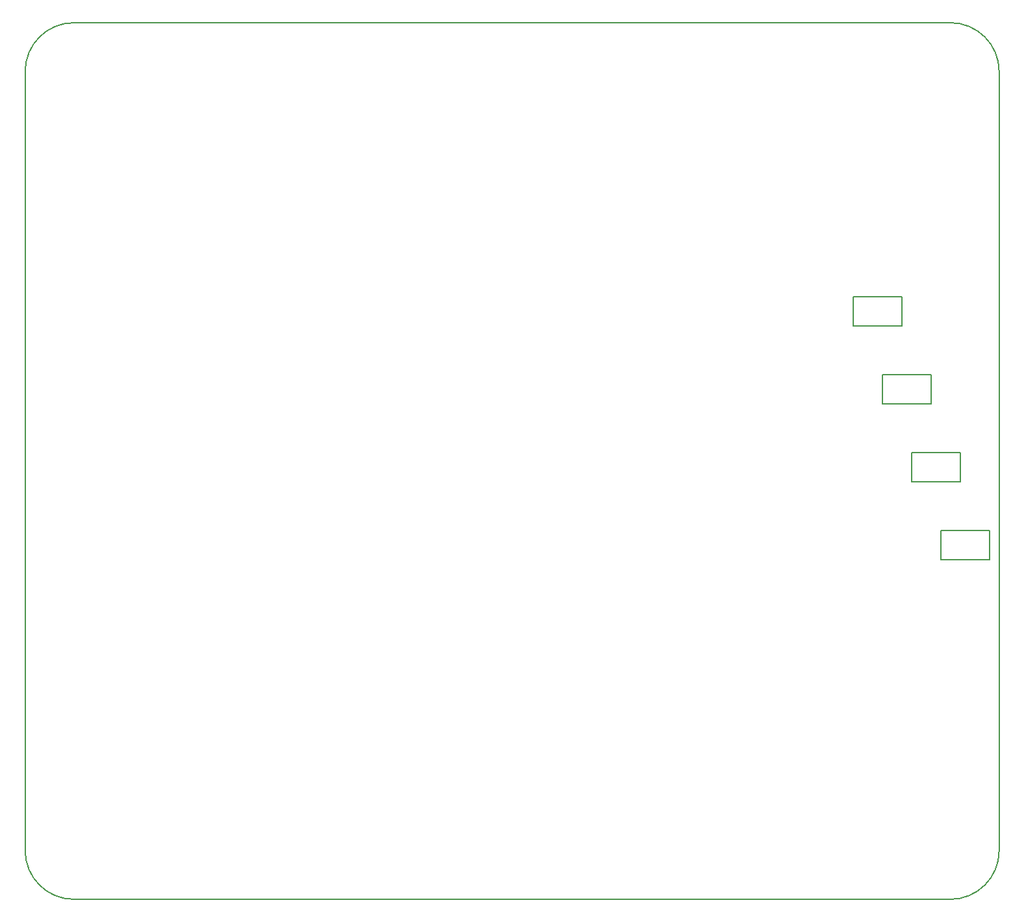
<source format=gm1>
G04 #@! TF.GenerationSoftware,KiCad,Pcbnew,5.0.2-bee76a0~70~ubuntu18.04.1*
G04 #@! TF.CreationDate,2020-02-05T16:33:54-05:00*
G04 #@! TF.ProjectId,LV Interface,4c562049-6e74-4657-9266-6163652e6b69,rev?*
G04 #@! TF.SameCoordinates,Original*
G04 #@! TF.FileFunction,Profile,NP*
%FSLAX46Y46*%
G04 Gerber Fmt 4.6, Leading zero omitted, Abs format (unit mm)*
G04 Created by KiCad (PCBNEW 5.0.2-bee76a0~70~ubuntu18.04.1) date Wed 05 Feb 2020 04:33:54 PM EST*
%MOMM*%
%LPD*%
G01*
G04 APERTURE LIST*
%ADD10C,0.200000*%
G04 APERTURE END LIST*
D10*
X17099280Y-123451620D02*
X17099280Y-21851620D01*
X132669280Y-71584820D02*
X132669280Y-75394820D01*
X142829280Y-81744820D02*
X142829280Y-85554820D01*
X128859280Y-65234820D02*
X135209280Y-65234820D01*
X23449280Y-129801620D02*
G75*
G02X17099280Y-123451620I0J6350000D01*
G01*
X131399280Y-51264820D02*
X131399280Y-55074820D01*
X136479280Y-81744820D02*
X136479280Y-85554820D01*
X137749280Y-15501620D02*
G75*
G02X144099280Y-21851620I0J-6350000D01*
G01*
X135209280Y-61424820D02*
X135209280Y-65234820D01*
X136479280Y-85554820D02*
X142829280Y-85554820D01*
X17099280Y-21851620D02*
G75*
G02X23449280Y-15501620I6350000J0D01*
G01*
X132669280Y-71584820D02*
X139019280Y-71584820D01*
X132669280Y-75394820D02*
X139019280Y-75394820D01*
X23449280Y-129801620D02*
X137749280Y-129801620D01*
X125049280Y-51264820D02*
X131399280Y-51264820D01*
X128859280Y-61424820D02*
X128859280Y-65234820D01*
X136479280Y-81744820D02*
X142829280Y-81744820D01*
X125049280Y-55074820D02*
X131399280Y-55074820D01*
X125049280Y-51264820D02*
X125049280Y-55074820D01*
X139019280Y-71584820D02*
X139019280Y-75394820D01*
X23449280Y-15501620D02*
X137749280Y-15501620D01*
X128859280Y-61424820D02*
X135209280Y-61424820D01*
X144099280Y-123451620D02*
X144099280Y-21851620D01*
X144099280Y-123451620D02*
G75*
G02X137749280Y-129801620I-6350000J0D01*
G01*
M02*

</source>
